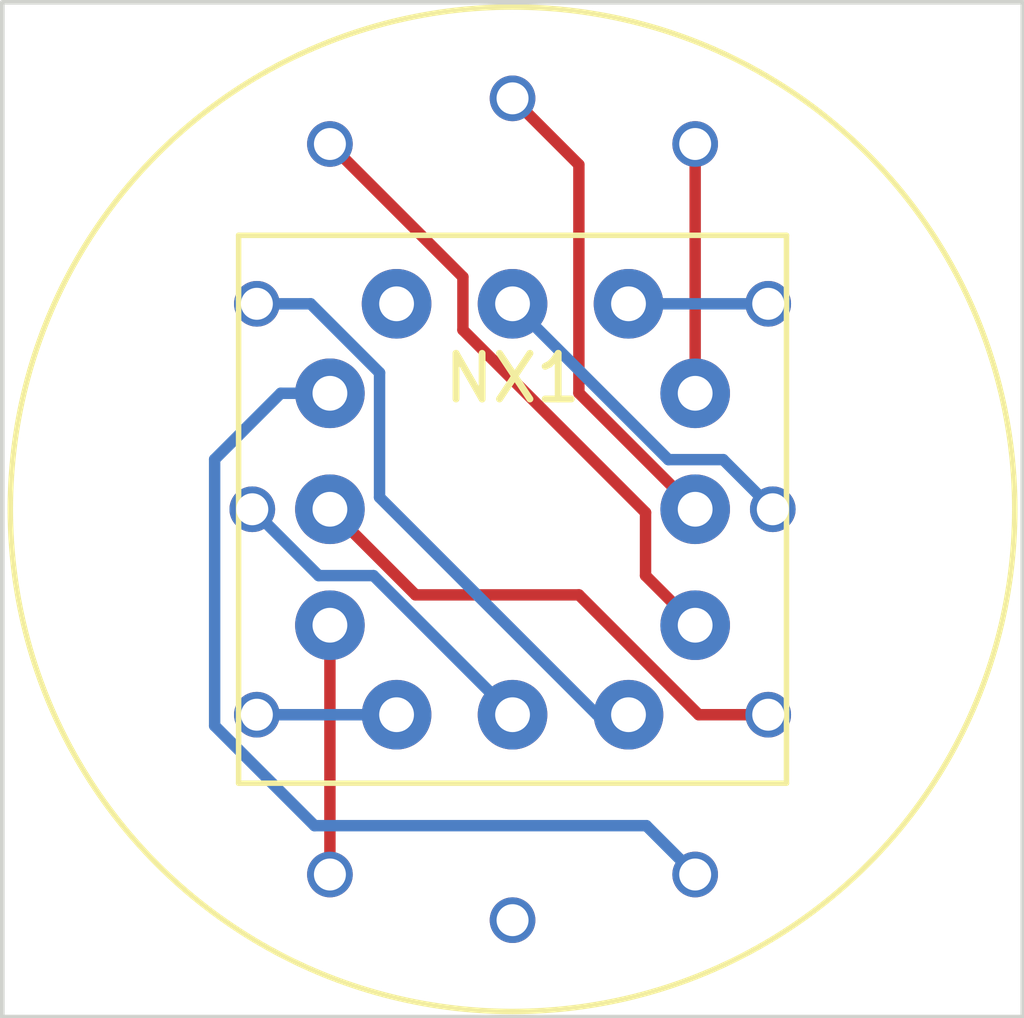
<source format=kicad_pcb>
(kicad_pcb (version 20221018) (generator pcbnew)
  (layers (0 "F.Cu" signal) (31 "B.Cu" signal) (34 "B.Paste" user) (35 "F.Paste" user) (36 "B.SilkS" user "B.Silkscreen") (37 "F.SilkS" user "F.Silkscreen") (38 "B.Mask" user) (39 "F.Mask" user) (44 "Edge.Cuts" user))
  (net 0 "")
  (net 1 "P0")
  (net 2 "P1")
  (net 3 "P2")
  (net 4 "P3")
  (net 5 "P4")
  (net 6 "P5")
  (net 7 "P6")
  (net 8 "P7")
  (net 9 "P8")
  (net 10 "P9")
  (net 12 "PA")
  (footprint "Nixie_Clock:Nixie_Conn_12P" (layer "F.Cu") (at 147.32 99.496)
    (fp_text reference "J1" (at 0 0.5) (layer "F.SilkS"))
    (fp_text value "Nixie_Conn_12P")
    (fp_line (start -6 6) (end -6 -6) (stroke (width 0.12)) (layer "F.SilkS"))
    (fp_line (start -6 6) (end 6 6) (stroke (width 0.12)) (layer "F.SilkS"))
    (fp_line (start 6 -6) (end -6 -6) (stroke (width 0.12)) (layer "F.SilkS"))
    (fp_line (start 6 6) (end 6 -6) (stroke (width 0.12)) (layer "F.SilkS"))
    (pad "0" thru_hole circle (at -4 0) (size 1.524 1.524) (drill 0.762) (layers "*.Cu" "*.Mask") (net 1 "P0"))
    (pad "1" thru_hole circle (at -4 2.54) (size 1.524 1.524) (drill 0.762) (layers "*.Cu" "*.Mask") (net 2 "P1"))
    (pad "2" thru_hole circle (at -2.54 4.5) (size 1.524 1.524) (drill 0.762) (layers "*.Cu" "*.Mask") (net 3 "P2"))
    (pad "3" thru_hole circle (at 0 4.5) (size 1.524 1.524) (drill 0.762) (layers "*.Cu" "*.Mask") (net 4 "P3"))
    (pad "4" thru_hole circle (at 2.54 4.5) (size 1.524 1.524) (drill 0.762) (layers "*.Cu" "*.Mask") (net 5 "P4"))
    (pad "5" thru_hole circle (at 4 2.54) (size 1.524 1.524) (drill 0.762) (layers "*.Cu" "*.Mask") (net 6 "P5"))
    (pad "6" thru_hole circle (at 4 0) (size 1.524 1.524) (drill 0.762) (layers "*.Cu" "*.Mask") (net 7 "P6"))
    (pad "7" thru_hole circle (at 4 -2.54) (size 1.524 1.524) (drill 0.762) (layers "*.Cu" "*.Mask") (net 8 "P7"))
    (pad "8" thru_hole circle (at 2.54 -4.5) (size 1.524 1.524) (drill 0.762) (layers "*.Cu" "*.Mask") (net 9 "P8"))
    (pad "9" thru_hole circle (at 0 -4.5) (size 1.524 1.524) (drill 0.762) (layers "*.Cu" "*.Mask") (net 10 "P9"))
    (pad "10" thru_hole circle (at -2.54 -4.5) (size 1.524 1.524) (drill 0.762) (layers "*.Cu" "*.Mask"))
    (pad "A" thru_hole circle (at -4 -2.54) (size 1.524 1.524) (drill 0.762) (layers "*.Cu" "*.Mask") (net 12 "PA"))
  )
  (footprint "Nixie_Clock:IN-12A" (layer "F.Cu") (at 147.32 99.496)
    (fp_text reference "NX1" (at 0 -2.8702) (layer "F.SilkS"))
    (fp_text value "IN-12A")
    (fp_circle (center 0 0) (end 11 0) (stroke (width 0.12)) (fill none) (layer "F.SilkS"))
    (pad "" np_thru_hole circle (at 0 0) (size 3 3) (drill 3) (layers "*.Cu" "*.Mask"))
    (pad "0" thru_hole circle (at 5.6 4.5) (size 1 1) (drill 0.7) (layers "*.Cu" "*.Mask") (net 1 "P0"))
    (pad "1" thru_hole circle (at -4 8) (size 1 1) (drill 0.7) (layers "*.Cu" "*.Mask") (net 2 "P1"))
    (pad "2" thru_hole circle (at -5.6 4.5) (size 1 1) (drill 0.7) (layers "*.Cu" "*.Mask") (net 3 "P2"))
    (pad "3" thru_hole circle (at -5.7 0) (size 1 1) (drill 0.7) (layers "*.Cu" "*.Mask") (net 4 "P3"))
    (pad "4" thru_hole circle (at -5.6 -4.5) (size 1 1) (drill 0.7) (layers "*.Cu" "*.Mask") (net 5 "P4"))
    (pad "5" thru_hole circle (at -4 -8) (size 1 1) (drill 0.7) (layers "*.Cu" "*.Mask") (net 6 "P5"))
    (pad "6" thru_hole circle (at 0 -9) (size 1 1) (drill 0.7) (layers "*.Cu" "*.Mask") (net 7 "P6"))
    (pad "7" thru_hole circle (at 4 -8) (size 1 1) (drill 0.7) (layers "*.Cu" "*.Mask") (net 8 "P7"))
    (pad "8" thru_hole circle (at 5.6 -4.5) (size 1 1) (drill 0.7) (layers "*.Cu" "*.Mask") (net 9 "P8"))
    (pad "9" thru_hole circle (at 5.7 0) (size 1 1) (drill 0.7) (layers "*.Cu" "*.Mask") (net 10 "P9"))
    (pad "A" thru_hole circle (at 4 8) (size 1 1) (drill 0.7) (layers "*.Cu" "*.Mask") (net 12 "PA"))
    (pad "DP" thru_hole circle (at 0 9) (size 1 1) (drill 0.7) (layers "*.Cu" "*.Mask"))
  )
  (gr_rect (start 136.144 88.392) (end 158.496 110.617) (stroke (width 0.1)) (fill none) (layer "Edge.Cuts"))
  (segment (start 151.397251 103.996) (end 148.772251 101.371) (width 0.25) (layer "F.Cu") (net 1))
  (segment (start 148.772251 101.371) (end 145.195 101.371) (width 0.25) (layer "F.Cu") (net 1))
  (segment (start 152.92 103.996) (end 151.397251 103.996) (width 0.25) (layer "F.Cu") (net 1))
  (segment (start 145.195 101.371) (end 143.32 99.496) (width 0.25) (layer "F.Cu") (net 1))
  (segment (start 143.32 102.036) (end 143.32 107.496) (width 0.25) (layer "F.Cu") (net 2))
  (segment (start 141.72 103.996) (end 144.78 103.996) (width 0.25) (layer "B.Cu") (net 3))
  (segment (start 141.62 99.496) (end 143.073 100.949) (width 0.25) (layer "B.Cu") (net 4))
  (segment (start 144.273 100.949) (end 147.32 103.996) (width 0.25) (layer "B.Cu") (net 4))
  (segment (start 143.073 100.949) (end 144.273 100.949) (width 0.25) (layer "B.Cu") (net 4))
  (segment (start 149.16835 103.996) (end 144.407 99.23465) (width 0.25) (layer "B.Cu") (net 5))
  (segment (start 149.86 103.996) (end 149.16835 103.996) (width 0.25) (layer "B.Cu") (net 5))
  (segment (start 144.407 96.505749) (end 142.897251 94.996) (width 0.25) (layer "B.Cu") (net 5))
  (segment (start 144.407 99.23465) (end 144.407 96.505749) (width 0.25) (layer "B.Cu") (net 5))
  (segment (start 142.897251 94.996) (end 141.72 94.996) (width 0.25) (layer "B.Cu") (net 5))
  (segment (start 146.233 94.409) (end 146.233 95.568) (width 0.25) (layer "F.Cu") (net 6))
  (segment (start 150.233 100.949) (end 151.32 102.036) (width 0.25) (layer "F.Cu") (net 6))
  (segment (start 143.32 91.496) (end 146.233 94.409) (width 0.25) (layer "F.Cu") (net 6))
  (segment (start 146.233 95.568) (end 150.233 99.568) (width 0.25) (layer "F.Cu") (net 6))
  (segment (start 150.233 99.568) (end 150.233 100.949) (width 0.25) (layer "F.Cu") (net 6))
  (segment (start 148.773 96.949) (end 148.773 91.949) (width 0.25) (layer "F.Cu") (net 7))
  (segment (start 151.32 99.496) (end 148.773 96.949) (width 0.25) (layer "F.Cu") (net 7))
  (segment (start 148.773 91.949) (end 147.32 90.496) (width 0.25) (layer "F.Cu") (net 7))
  (segment (start 151.32 91.496) (end 151.32 96.956) (width 0.25) (layer "F.Cu") (net 8))
  (segment (start 149.86 94.996) (end 152.92 94.996) (width 0.25) (layer "B.Cu") (net 9))
  (segment (start 151.933 98.409) (end 153.02 99.496) (width 0.25) (layer "B.Cu") (net 10))
  (segment (start 150.733 98.409) (end 151.933 98.409) (width 0.25) (layer "B.Cu") (net 10))
  (segment (start 147.32 94.996) (end 150.733 98.409) (width 0.25) (layer "B.Cu") (net 10))
  (segment (start 140.795 104.237727) (end 142.983273 106.426) (width 0.25) (layer "B.Cu") (net 12))
  (segment (start 142.24237 96.956) (end 140.795 98.40337) (width 0.25) (layer "B.Cu") (net 12))
  (segment (start 140.795 98.40337) (end 140.795 104.237727) (width 0.25) (layer "B.Cu") (net 12))
  (segment (start 143.32 96.956) (end 142.24237 96.956) (width 0.25) (layer "B.Cu") (net 12))
  (segment (start 150.25 106.426) (end 151.32 107.496) (width 0.25) (layer "B.Cu") (net 12))
  (segment (start 142.983273 106.426) (end 150.25 106.426) (width 0.25) (layer "B.Cu") (net 12))
)
</source>
